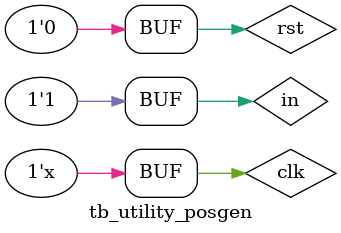
<source format=v>
`timescale 1ns / 1ps


module tb_utility_posgen(

    );
    
reg clk ;
reg rst ;
reg in ;

wire out ;

always #5 clk = ~clk ;



initial begin
    clk = 0;
    rst = 1;
    in = 1 ;
    #200;
    rst = 0;
    #2000;
    in = 0;
    #200;
    in = 1 ;
    
    
    

end 
    
    
    
    
 test2  uu(
.    clk     ( clk   )  ,
.    rst     ( rst   )  ,
.    in      ( in    )  ,
.     out    (  out  )





    );
        
    
endmodule

</source>
